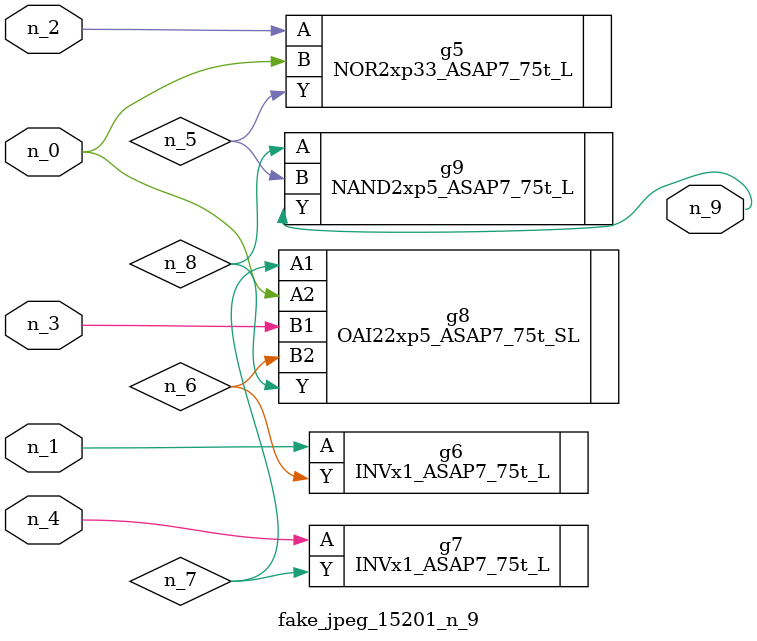
<source format=v>
module fake_jpeg_15201_n_9 (n_3, n_2, n_1, n_0, n_4, n_9);

input n_3;
input n_2;
input n_1;
input n_0;
input n_4;

output n_9;

wire n_8;
wire n_6;
wire n_5;
wire n_7;

NOR2xp33_ASAP7_75t_L g5 ( 
.A(n_2),
.B(n_0),
.Y(n_5)
);

INVx1_ASAP7_75t_L g6 ( 
.A(n_1),
.Y(n_6)
);

INVx1_ASAP7_75t_L g7 ( 
.A(n_4),
.Y(n_7)
);

OAI22xp5_ASAP7_75t_SL g8 ( 
.A1(n_7),
.A2(n_0),
.B1(n_3),
.B2(n_6),
.Y(n_8)
);

NAND2xp5_ASAP7_75t_L g9 ( 
.A(n_8),
.B(n_5),
.Y(n_9)
);


endmodule
</source>
